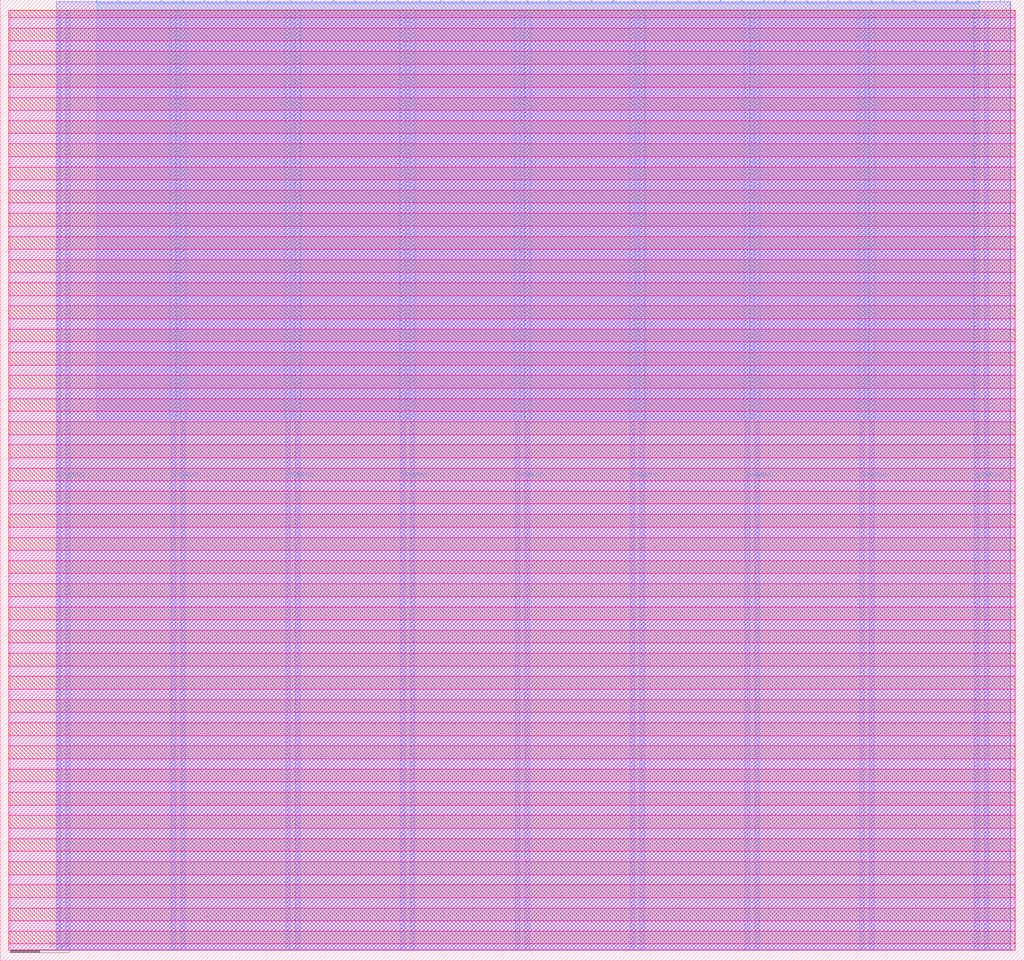
<source format=lef>
VERSION 5.7 ;
  NOWIREEXTENSIONATPIN ON ;
  DIVIDERCHAR "/" ;
  BUSBITCHARS "[]" ;
MACRO tt_um_frequency_counter
  CLASS BLOCK ;
  FOREIGN tt_um_frequency_counter ;
  ORIGIN 0.000 0.000 ;
  SIZE 346.640 BY 325.360 ;
  PIN VGND
    DIRECTION INOUT ;
    USE GROUND ;
    PORT
      LAYER Metal4 ;
        RECT 22.180 3.620 23.780 321.740 ;
    END
    PORT
      LAYER Metal4 ;
        RECT 61.050 3.620 62.650 321.740 ;
    END
    PORT
      LAYER Metal4 ;
        RECT 99.920 3.620 101.520 321.740 ;
    END
    PORT
      LAYER Metal4 ;
        RECT 138.790 3.620 140.390 321.740 ;
    END
    PORT
      LAYER Metal4 ;
        RECT 177.660 3.620 179.260 321.740 ;
    END
    PORT
      LAYER Metal4 ;
        RECT 216.530 3.620 218.130 321.740 ;
    END
    PORT
      LAYER Metal4 ;
        RECT 255.400 3.620 257.000 321.740 ;
    END
    PORT
      LAYER Metal4 ;
        RECT 294.270 3.620 295.870 321.740 ;
    END
    PORT
      LAYER Metal4 ;
        RECT 333.140 3.620 334.740 321.740 ;
    END
  END VGND
  PIN VPWR
    DIRECTION INOUT ;
    USE POWER ;
    PORT
      LAYER Metal4 ;
        RECT 18.880 3.620 20.480 321.740 ;
    END
    PORT
      LAYER Metal4 ;
        RECT 57.750 3.620 59.350 321.740 ;
    END
    PORT
      LAYER Metal4 ;
        RECT 96.620 3.620 98.220 321.740 ;
    END
    PORT
      LAYER Metal4 ;
        RECT 135.490 3.620 137.090 321.740 ;
    END
    PORT
      LAYER Metal4 ;
        RECT 174.360 3.620 175.960 321.740 ;
    END
    PORT
      LAYER Metal4 ;
        RECT 213.230 3.620 214.830 321.740 ;
    END
    PORT
      LAYER Metal4 ;
        RECT 252.100 3.620 253.700 321.740 ;
    END
    PORT
      LAYER Metal4 ;
        RECT 290.970 3.620 292.570 321.740 ;
    END
    PORT
      LAYER Metal4 ;
        RECT 329.840 3.620 331.440 321.740 ;
    END
  END VPWR
  PIN clk
    DIRECTION INPUT ;
    USE SIGNAL ;
    ANTENNAGATEAREA 4.738000 ;
    PORT
      LAYER Metal4 ;
        RECT 331.090 324.360 331.390 325.360 ;
    END
  END clk
  PIN ena
    DIRECTION INPUT ;
    USE SIGNAL ;
    PORT
      LAYER Metal4 ;
        RECT 338.370 324.360 338.670 325.360 ;
    END
  END ena
  PIN rst_n
    DIRECTION INPUT ;
    USE SIGNAL ;
    ANTENNAGATEAREA 1.102000 ;
    PORT
      LAYER Metal4 ;
        RECT 323.810 324.360 324.110 325.360 ;
    END
  END rst_n
  PIN ui_in[0]
    DIRECTION INPUT ;
    USE SIGNAL ;
    ANTENNAGATEAREA 0.396000 ;
    PORT
      LAYER Metal4 ;
        RECT 316.530 324.360 316.830 325.360 ;
    END
  END ui_in[0]
  PIN ui_in[1]
    DIRECTION INPUT ;
    USE SIGNAL ;
    PORT
      LAYER Metal4 ;
        RECT 309.250 324.360 309.550 325.360 ;
    END
  END ui_in[1]
  PIN ui_in[2]
    DIRECTION INPUT ;
    USE SIGNAL ;
    PORT
      LAYER Metal4 ;
        RECT 301.970 324.360 302.270 325.360 ;
    END
  END ui_in[2]
  PIN ui_in[3]
    DIRECTION INPUT ;
    USE SIGNAL ;
    PORT
      LAYER Metal4 ;
        RECT 294.690 324.360 294.990 325.360 ;
    END
  END ui_in[3]
  PIN ui_in[4]
    DIRECTION INPUT ;
    USE SIGNAL ;
    PORT
      LAYER Metal4 ;
        RECT 287.410 324.360 287.710 325.360 ;
    END
  END ui_in[4]
  PIN ui_in[5]
    DIRECTION INPUT ;
    USE SIGNAL ;
    PORT
      LAYER Metal4 ;
        RECT 280.130 324.360 280.430 325.360 ;
    END
  END ui_in[5]
  PIN ui_in[6]
    DIRECTION INPUT ;
    USE SIGNAL ;
    PORT
      LAYER Metal4 ;
        RECT 272.850 324.360 273.150 325.360 ;
    END
  END ui_in[6]
  PIN ui_in[7]
    DIRECTION INPUT ;
    USE SIGNAL ;
    ANTENNAGATEAREA 1.183000 ;
    PORT
      LAYER Metal4 ;
        RECT 265.570 324.360 265.870 325.360 ;
    END
  END ui_in[7]
  PIN uio_in[0]
    DIRECTION INPUT ;
    USE SIGNAL ;
    PORT
      LAYER Metal4 ;
        RECT 258.290 324.360 258.590 325.360 ;
    END
  END uio_in[0]
  PIN uio_in[1]
    DIRECTION INPUT ;
    USE SIGNAL ;
    PORT
      LAYER Metal4 ;
        RECT 251.010 324.360 251.310 325.360 ;
    END
  END uio_in[1]
  PIN uio_in[2]
    DIRECTION INPUT ;
    USE SIGNAL ;
    PORT
      LAYER Metal4 ;
        RECT 243.730 324.360 244.030 325.360 ;
    END
  END uio_in[2]
  PIN uio_in[3]
    DIRECTION INPUT ;
    USE SIGNAL ;
    PORT
      LAYER Metal4 ;
        RECT 236.450 324.360 236.750 325.360 ;
    END
  END uio_in[3]
  PIN uio_in[4]
    DIRECTION INPUT ;
    USE SIGNAL ;
    PORT
      LAYER Metal4 ;
        RECT 229.170 324.360 229.470 325.360 ;
    END
  END uio_in[4]
  PIN uio_in[5]
    DIRECTION INPUT ;
    USE SIGNAL ;
    PORT
      LAYER Metal4 ;
        RECT 221.890 324.360 222.190 325.360 ;
    END
  END uio_in[5]
  PIN uio_in[6]
    DIRECTION INPUT ;
    USE SIGNAL ;
    PORT
      LAYER Metal4 ;
        RECT 214.610 324.360 214.910 325.360 ;
    END
  END uio_in[6]
  PIN uio_in[7]
    DIRECTION INPUT ;
    USE SIGNAL ;
    PORT
      LAYER Metal4 ;
        RECT 207.330 324.360 207.630 325.360 ;
    END
  END uio_in[7]
  PIN uio_oe[0]
    DIRECTION OUTPUT ;
    USE SIGNAL ;
    ANTENNADIFFAREA 0.360800 ;
    PORT
      LAYER Metal4 ;
        RECT 83.570 324.360 83.870 325.360 ;
    END
  END uio_oe[0]
  PIN uio_oe[1]
    DIRECTION OUTPUT ;
    USE SIGNAL ;
    ANTENNADIFFAREA 0.360800 ;
    PORT
      LAYER Metal4 ;
        RECT 76.290 324.360 76.590 325.360 ;
    END
  END uio_oe[1]
  PIN uio_oe[2]
    DIRECTION OUTPUT ;
    USE SIGNAL ;
    ANTENNADIFFAREA 0.360800 ;
    PORT
      LAYER Metal4 ;
        RECT 69.010 324.360 69.310 325.360 ;
    END
  END uio_oe[2]
  PIN uio_oe[3]
    DIRECTION OUTPUT ;
    USE SIGNAL ;
    ANTENNADIFFAREA 0.360800 ;
    PORT
      LAYER Metal4 ;
        RECT 61.730 324.360 62.030 325.360 ;
    END
  END uio_oe[3]
  PIN uio_oe[4]
    DIRECTION OUTPUT ;
    USE SIGNAL ;
    ANTENNADIFFAREA 0.360800 ;
    PORT
      LAYER Metal4 ;
        RECT 54.450 324.360 54.750 325.360 ;
    END
  END uio_oe[4]
  PIN uio_oe[5]
    DIRECTION OUTPUT ;
    USE SIGNAL ;
    ANTENNADIFFAREA 0.360800 ;
    PORT
      LAYER Metal4 ;
        RECT 47.170 324.360 47.470 325.360 ;
    END
  END uio_oe[5]
  PIN uio_oe[6]
    DIRECTION OUTPUT ;
    USE SIGNAL ;
    ANTENNADIFFAREA 0.360800 ;
    PORT
      LAYER Metal4 ;
        RECT 39.890 324.360 40.190 325.360 ;
    END
  END uio_oe[6]
  PIN uio_oe[7]
    DIRECTION OUTPUT ;
    USE SIGNAL ;
    ANTENNADIFFAREA 0.360800 ;
    PORT
      LAYER Metal4 ;
        RECT 32.610 324.360 32.910 325.360 ;
    END
  END uio_oe[7]
  PIN uio_out[0]
    DIRECTION OUTPUT ;
    USE SIGNAL ;
    ANTENNADIFFAREA 0.360800 ;
    PORT
      LAYER Metal4 ;
        RECT 141.810 324.360 142.110 325.360 ;
    END
  END uio_out[0]
  PIN uio_out[1]
    DIRECTION OUTPUT ;
    USE SIGNAL ;
    ANTENNADIFFAREA 0.360800 ;
    PORT
      LAYER Metal4 ;
        RECT 134.530 324.360 134.830 325.360 ;
    END
  END uio_out[1]
  PIN uio_out[2]
    DIRECTION OUTPUT ;
    USE SIGNAL ;
    ANTENNADIFFAREA 0.360800 ;
    PORT
      LAYER Metal4 ;
        RECT 127.250 324.360 127.550 325.360 ;
    END
  END uio_out[2]
  PIN uio_out[3]
    DIRECTION OUTPUT ;
    USE SIGNAL ;
    ANTENNADIFFAREA 0.360800 ;
    PORT
      LAYER Metal4 ;
        RECT 119.970 324.360 120.270 325.360 ;
    END
  END uio_out[3]
  PIN uio_out[4]
    DIRECTION OUTPUT ;
    USE SIGNAL ;
    ANTENNADIFFAREA 0.360800 ;
    PORT
      LAYER Metal4 ;
        RECT 112.690 324.360 112.990 325.360 ;
    END
  END uio_out[4]
  PIN uio_out[5]
    DIRECTION OUTPUT ;
    USE SIGNAL ;
    ANTENNADIFFAREA 0.360800 ;
    PORT
      LAYER Metal4 ;
        RECT 105.410 324.360 105.710 325.360 ;
    END
  END uio_out[5]
  PIN uio_out[6]
    DIRECTION OUTPUT ;
    USE SIGNAL ;
    ANTENNADIFFAREA 0.360800 ;
    PORT
      LAYER Metal4 ;
        RECT 98.130 324.360 98.430 325.360 ;
    END
  END uio_out[6]
  PIN uio_out[7]
    DIRECTION OUTPUT ;
    USE SIGNAL ;
    ANTENNADIFFAREA 0.360800 ;
    PORT
      LAYER Metal4 ;
        RECT 90.850 324.360 91.150 325.360 ;
    END
  END uio_out[7]
  PIN uo_out[0]
    DIRECTION OUTPUT ;
    USE SIGNAL ;
    ANTENNADIFFAREA 2.080400 ;
    PORT
      LAYER Metal4 ;
        RECT 200.050 324.360 200.350 325.360 ;
    END
  END uo_out[0]
  PIN uo_out[1]
    DIRECTION OUTPUT ;
    USE SIGNAL ;
    ANTENNADIFFAREA 1.986000 ;
    PORT
      LAYER Metal4 ;
        RECT 192.770 324.360 193.070 325.360 ;
    END
  END uo_out[1]
  PIN uo_out[2]
    DIRECTION OUTPUT ;
    USE SIGNAL ;
    ANTENNADIFFAREA 1.986000 ;
    PORT
      LAYER Metal4 ;
        RECT 185.490 324.360 185.790 325.360 ;
    END
  END uo_out[2]
  PIN uo_out[3]
    DIRECTION OUTPUT ;
    USE SIGNAL ;
    ANTENNADIFFAREA 1.986000 ;
    PORT
      LAYER Metal4 ;
        RECT 178.210 324.360 178.510 325.360 ;
    END
  END uo_out[3]
  PIN uo_out[4]
    DIRECTION OUTPUT ;
    USE SIGNAL ;
    ANTENNADIFFAREA 1.986000 ;
    PORT
      LAYER Metal4 ;
        RECT 170.930 324.360 171.230 325.360 ;
    END
  END uo_out[4]
  PIN uo_out[5]
    DIRECTION OUTPUT ;
    USE SIGNAL ;
    ANTENNADIFFAREA 0.897600 ;
    PORT
      LAYER Metal4 ;
        RECT 163.650 324.360 163.950 325.360 ;
    END
  END uo_out[5]
  PIN uo_out[6]
    DIRECTION OUTPUT ;
    USE SIGNAL ;
    ANTENNADIFFAREA 1.986000 ;
    PORT
      LAYER Metal4 ;
        RECT 156.370 324.360 156.670 325.360 ;
    END
  END uo_out[6]
  PIN uo_out[7]
    DIRECTION OUTPUT ;
    USE SIGNAL ;
    ANTENNADIFFAREA 1.986000 ;
    PORT
      LAYER Metal4 ;
        RECT 149.090 324.360 149.390 325.360 ;
    END
  END uo_out[7]
  OBS
      LAYER Nwell ;
        RECT 2.930 319.280 343.710 321.870 ;
      LAYER Pwell ;
        RECT 2.930 315.760 343.710 319.280 ;
      LAYER Nwell ;
        RECT 2.930 311.440 343.710 315.760 ;
      LAYER Pwell ;
        RECT 2.930 307.920 343.710 311.440 ;
      LAYER Nwell ;
        RECT 2.930 303.600 343.710 307.920 ;
      LAYER Pwell ;
        RECT 2.930 300.080 343.710 303.600 ;
      LAYER Nwell ;
        RECT 2.930 295.760 343.710 300.080 ;
      LAYER Pwell ;
        RECT 2.930 292.240 343.710 295.760 ;
      LAYER Nwell ;
        RECT 2.930 287.920 343.710 292.240 ;
      LAYER Pwell ;
        RECT 2.930 284.400 343.710 287.920 ;
      LAYER Nwell ;
        RECT 2.930 280.080 343.710 284.400 ;
      LAYER Pwell ;
        RECT 2.930 276.560 343.710 280.080 ;
      LAYER Nwell ;
        RECT 2.930 272.240 343.710 276.560 ;
      LAYER Pwell ;
        RECT 2.930 268.720 343.710 272.240 ;
      LAYER Nwell ;
        RECT 2.930 264.400 343.710 268.720 ;
      LAYER Pwell ;
        RECT 2.930 260.880 343.710 264.400 ;
      LAYER Nwell ;
        RECT 2.930 256.560 343.710 260.880 ;
      LAYER Pwell ;
        RECT 2.930 253.040 343.710 256.560 ;
      LAYER Nwell ;
        RECT 2.930 248.720 343.710 253.040 ;
      LAYER Pwell ;
        RECT 2.930 245.200 343.710 248.720 ;
      LAYER Nwell ;
        RECT 2.930 240.880 343.710 245.200 ;
      LAYER Pwell ;
        RECT 2.930 237.360 343.710 240.880 ;
      LAYER Nwell ;
        RECT 2.930 233.040 343.710 237.360 ;
      LAYER Pwell ;
        RECT 2.930 229.520 343.710 233.040 ;
      LAYER Nwell ;
        RECT 2.930 225.200 343.710 229.520 ;
      LAYER Pwell ;
        RECT 2.930 221.680 343.710 225.200 ;
      LAYER Nwell ;
        RECT 2.930 217.360 343.710 221.680 ;
      LAYER Pwell ;
        RECT 2.930 213.840 343.710 217.360 ;
      LAYER Nwell ;
        RECT 2.930 209.520 343.710 213.840 ;
      LAYER Pwell ;
        RECT 2.930 206.000 343.710 209.520 ;
      LAYER Nwell ;
        RECT 2.930 201.680 343.710 206.000 ;
      LAYER Pwell ;
        RECT 2.930 198.160 343.710 201.680 ;
      LAYER Nwell ;
        RECT 2.930 193.840 343.710 198.160 ;
      LAYER Pwell ;
        RECT 2.930 190.320 343.710 193.840 ;
      LAYER Nwell ;
        RECT 2.930 186.000 343.710 190.320 ;
      LAYER Pwell ;
        RECT 2.930 182.480 343.710 186.000 ;
      LAYER Nwell ;
        RECT 2.930 178.160 343.710 182.480 ;
      LAYER Pwell ;
        RECT 2.930 174.640 343.710 178.160 ;
      LAYER Nwell ;
        RECT 2.930 170.320 343.710 174.640 ;
      LAYER Pwell ;
        RECT 2.930 166.800 343.710 170.320 ;
      LAYER Nwell ;
        RECT 2.930 162.480 343.710 166.800 ;
      LAYER Pwell ;
        RECT 2.930 158.960 343.710 162.480 ;
      LAYER Nwell ;
        RECT 2.930 154.640 343.710 158.960 ;
      LAYER Pwell ;
        RECT 2.930 151.120 343.710 154.640 ;
      LAYER Nwell ;
        RECT 2.930 146.800 343.710 151.120 ;
      LAYER Pwell ;
        RECT 2.930 143.280 343.710 146.800 ;
      LAYER Nwell ;
        RECT 2.930 138.960 343.710 143.280 ;
      LAYER Pwell ;
        RECT 2.930 135.440 343.710 138.960 ;
      LAYER Nwell ;
        RECT 2.930 131.120 343.710 135.440 ;
      LAYER Pwell ;
        RECT 2.930 127.600 343.710 131.120 ;
      LAYER Nwell ;
        RECT 2.930 123.280 343.710 127.600 ;
      LAYER Pwell ;
        RECT 2.930 119.760 343.710 123.280 ;
      LAYER Nwell ;
        RECT 2.930 115.440 343.710 119.760 ;
      LAYER Pwell ;
        RECT 2.930 111.920 343.710 115.440 ;
      LAYER Nwell ;
        RECT 2.930 107.600 343.710 111.920 ;
      LAYER Pwell ;
        RECT 2.930 104.080 343.710 107.600 ;
      LAYER Nwell ;
        RECT 2.930 99.760 343.710 104.080 ;
      LAYER Pwell ;
        RECT 2.930 96.240 343.710 99.760 ;
      LAYER Nwell ;
        RECT 2.930 91.920 343.710 96.240 ;
      LAYER Pwell ;
        RECT 2.930 88.400 343.710 91.920 ;
      LAYER Nwell ;
        RECT 2.930 84.080 343.710 88.400 ;
      LAYER Pwell ;
        RECT 2.930 80.560 343.710 84.080 ;
      LAYER Nwell ;
        RECT 2.930 76.240 343.710 80.560 ;
      LAYER Pwell ;
        RECT 2.930 72.720 343.710 76.240 ;
      LAYER Nwell ;
        RECT 2.930 68.400 343.710 72.720 ;
      LAYER Pwell ;
        RECT 2.930 64.880 343.710 68.400 ;
      LAYER Nwell ;
        RECT 2.930 60.560 343.710 64.880 ;
      LAYER Pwell ;
        RECT 2.930 57.040 343.710 60.560 ;
      LAYER Nwell ;
        RECT 2.930 52.720 343.710 57.040 ;
      LAYER Pwell ;
        RECT 2.930 49.200 343.710 52.720 ;
      LAYER Nwell ;
        RECT 2.930 44.880 343.710 49.200 ;
      LAYER Pwell ;
        RECT 2.930 41.360 343.710 44.880 ;
      LAYER Nwell ;
        RECT 2.930 37.040 343.710 41.360 ;
      LAYER Pwell ;
        RECT 2.930 33.520 343.710 37.040 ;
      LAYER Nwell ;
        RECT 2.930 29.200 343.710 33.520 ;
      LAYER Pwell ;
        RECT 2.930 25.680 343.710 29.200 ;
      LAYER Nwell ;
        RECT 2.930 21.360 343.710 25.680 ;
      LAYER Pwell ;
        RECT 2.930 17.840 343.710 21.360 ;
      LAYER Nwell ;
        RECT 2.930 13.520 343.710 17.840 ;
      LAYER Pwell ;
        RECT 2.930 10.000 343.710 13.520 ;
      LAYER Nwell ;
        RECT 2.930 5.680 343.710 10.000 ;
      LAYER Pwell ;
        RECT 2.930 3.490 343.710 5.680 ;
      LAYER Metal1 ;
        RECT 3.360 3.620 343.280 321.740 ;
      LAYER Metal2 ;
        RECT 19.020 3.730 342.020 324.710 ;
      LAYER Metal3 ;
        RECT 18.970 3.780 342.070 324.660 ;
      LAYER Metal4 ;
        RECT 33.210 324.060 39.590 324.360 ;
        RECT 40.490 324.060 46.870 324.360 ;
        RECT 47.770 324.060 54.150 324.360 ;
        RECT 55.050 324.060 61.430 324.360 ;
        RECT 62.330 324.060 68.710 324.360 ;
        RECT 69.610 324.060 75.990 324.360 ;
        RECT 76.890 324.060 83.270 324.360 ;
        RECT 84.170 324.060 90.550 324.360 ;
        RECT 91.450 324.060 97.830 324.360 ;
        RECT 98.730 324.060 105.110 324.360 ;
        RECT 106.010 324.060 112.390 324.360 ;
        RECT 113.290 324.060 119.670 324.360 ;
        RECT 120.570 324.060 126.950 324.360 ;
        RECT 127.850 324.060 134.230 324.360 ;
        RECT 135.130 324.060 141.510 324.360 ;
        RECT 142.410 324.060 148.790 324.360 ;
        RECT 149.690 324.060 156.070 324.360 ;
        RECT 156.970 324.060 163.350 324.360 ;
        RECT 164.250 324.060 170.630 324.360 ;
        RECT 171.530 324.060 177.910 324.360 ;
        RECT 178.810 324.060 185.190 324.360 ;
        RECT 186.090 324.060 192.470 324.360 ;
        RECT 193.370 324.060 199.750 324.360 ;
        RECT 200.650 324.060 207.030 324.360 ;
        RECT 207.930 324.060 214.310 324.360 ;
        RECT 215.210 324.060 221.590 324.360 ;
        RECT 222.490 324.060 228.870 324.360 ;
        RECT 229.770 324.060 236.150 324.360 ;
        RECT 237.050 324.060 243.430 324.360 ;
        RECT 244.330 324.060 250.710 324.360 ;
        RECT 251.610 324.060 257.990 324.360 ;
        RECT 258.890 324.060 265.270 324.360 ;
        RECT 266.170 324.060 272.550 324.360 ;
        RECT 273.450 324.060 279.830 324.360 ;
        RECT 280.730 324.060 287.110 324.360 ;
        RECT 288.010 324.060 294.390 324.360 ;
        RECT 295.290 324.060 301.670 324.360 ;
        RECT 302.570 324.060 308.950 324.360 ;
        RECT 309.850 324.060 316.230 324.360 ;
        RECT 317.130 324.060 323.510 324.360 ;
        RECT 324.410 324.060 330.790 324.360 ;
        RECT 32.620 322.040 331.380 324.060 ;
        RECT 32.620 183.210 57.450 322.040 ;
        RECT 59.650 183.210 60.750 322.040 ;
        RECT 62.950 183.210 96.320 322.040 ;
        RECT 98.520 183.210 99.620 322.040 ;
        RECT 101.820 183.210 135.190 322.040 ;
        RECT 137.390 183.210 138.490 322.040 ;
        RECT 140.690 183.210 174.060 322.040 ;
        RECT 176.260 183.210 177.360 322.040 ;
        RECT 179.560 183.210 212.930 322.040 ;
        RECT 215.130 183.210 216.230 322.040 ;
        RECT 218.430 183.210 251.800 322.040 ;
        RECT 254.000 183.210 255.100 322.040 ;
        RECT 257.300 183.210 290.670 322.040 ;
        RECT 292.870 183.210 293.970 322.040 ;
        RECT 296.170 183.210 329.540 322.040 ;
  END
END tt_um_frequency_counter
END LIBRARY


</source>
